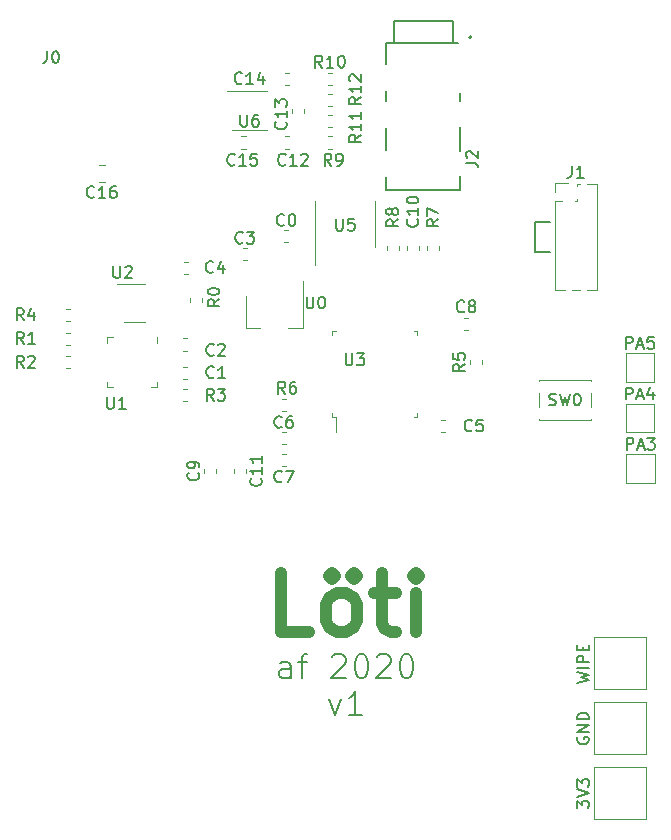
<source format=gbr>
%TF.GenerationSoftware,KiCad,Pcbnew,(5.1.5)-3*%
%TF.CreationDate,2020-03-31T18:07:01+02:00*%
%TF.ProjectId,loeti,6c6f6574-692e-46b6-9963-61645f706362,rev?*%
%TF.SameCoordinates,Original*%
%TF.FileFunction,Legend,Top*%
%TF.FilePolarity,Positive*%
%FSLAX46Y46*%
G04 Gerber Fmt 4.6, Leading zero omitted, Abs format (unit mm)*
G04 Created by KiCad (PCBNEW (5.1.5)-3) date 2020-03-31 18:07:01*
%MOMM*%
%LPD*%
G04 APERTURE LIST*
%ADD10C,0.150000*%
%ADD11C,1.000000*%
%ADD12C,0.120000*%
%ADD13C,0.127000*%
%ADD14C,0.200000*%
G04 APERTURE END LIST*
D10*
X85385714Y-95229761D02*
X85385714Y-94182142D01*
X85290476Y-93991666D01*
X85100000Y-93896428D01*
X84719047Y-93896428D01*
X84528571Y-93991666D01*
X85385714Y-95134523D02*
X85195238Y-95229761D01*
X84719047Y-95229761D01*
X84528571Y-95134523D01*
X84433333Y-94944047D01*
X84433333Y-94753571D01*
X84528571Y-94563095D01*
X84719047Y-94467857D01*
X85195238Y-94467857D01*
X85385714Y-94372619D01*
X86052380Y-93896428D02*
X86814285Y-93896428D01*
X86338095Y-95229761D02*
X86338095Y-93515476D01*
X86433333Y-93325000D01*
X86623809Y-93229761D01*
X86814285Y-93229761D01*
X88909523Y-93420238D02*
X89004761Y-93325000D01*
X89195238Y-93229761D01*
X89671428Y-93229761D01*
X89861904Y-93325000D01*
X89957142Y-93420238D01*
X90052380Y-93610714D01*
X90052380Y-93801190D01*
X89957142Y-94086904D01*
X88814285Y-95229761D01*
X90052380Y-95229761D01*
X91290476Y-93229761D02*
X91480952Y-93229761D01*
X91671428Y-93325000D01*
X91766666Y-93420238D01*
X91861904Y-93610714D01*
X91957142Y-93991666D01*
X91957142Y-94467857D01*
X91861904Y-94848809D01*
X91766666Y-95039285D01*
X91671428Y-95134523D01*
X91480952Y-95229761D01*
X91290476Y-95229761D01*
X91100000Y-95134523D01*
X91004761Y-95039285D01*
X90909523Y-94848809D01*
X90814285Y-94467857D01*
X90814285Y-93991666D01*
X90909523Y-93610714D01*
X91004761Y-93420238D01*
X91100000Y-93325000D01*
X91290476Y-93229761D01*
X92719047Y-93420238D02*
X92814285Y-93325000D01*
X93004761Y-93229761D01*
X93480952Y-93229761D01*
X93671428Y-93325000D01*
X93766666Y-93420238D01*
X93861904Y-93610714D01*
X93861904Y-93801190D01*
X93766666Y-94086904D01*
X92623809Y-95229761D01*
X93861904Y-95229761D01*
X95100000Y-93229761D02*
X95290476Y-93229761D01*
X95480952Y-93325000D01*
X95576190Y-93420238D01*
X95671428Y-93610714D01*
X95766666Y-93991666D01*
X95766666Y-94467857D01*
X95671428Y-94848809D01*
X95576190Y-95039285D01*
X95480952Y-95134523D01*
X95290476Y-95229761D01*
X95100000Y-95229761D01*
X94909523Y-95134523D01*
X94814285Y-95039285D01*
X94719047Y-94848809D01*
X94623809Y-94467857D01*
X94623809Y-93991666D01*
X94719047Y-93610714D01*
X94814285Y-93420238D01*
X94909523Y-93325000D01*
X95100000Y-93229761D01*
X88671428Y-97046428D02*
X89147619Y-98379761D01*
X89623809Y-97046428D01*
X91433333Y-98379761D02*
X90290476Y-98379761D01*
X90861904Y-98379761D02*
X90861904Y-96379761D01*
X90671428Y-96665476D01*
X90480952Y-96855952D01*
X90290476Y-96951190D01*
D11*
X86966666Y-91361904D02*
X84585714Y-91361904D01*
X84585714Y-86361904D01*
X89347619Y-91361904D02*
X88871428Y-91123809D01*
X88633333Y-90885714D01*
X88395238Y-90409523D01*
X88395238Y-88980952D01*
X88633333Y-88504761D01*
X88871428Y-88266666D01*
X89347619Y-88028571D01*
X90061904Y-88028571D01*
X90538095Y-88266666D01*
X90776190Y-88504761D01*
X91014285Y-88980952D01*
X91014285Y-90409523D01*
X90776190Y-90885714D01*
X90538095Y-91123809D01*
X90061904Y-91361904D01*
X89347619Y-91361904D01*
X88871428Y-86361904D02*
X89109523Y-86600000D01*
X88871428Y-86838095D01*
X88633333Y-86600000D01*
X88871428Y-86361904D01*
X88871428Y-86838095D01*
X90776190Y-86361904D02*
X91014285Y-86600000D01*
X90776190Y-86838095D01*
X90538095Y-86600000D01*
X90776190Y-86361904D01*
X90776190Y-86838095D01*
X92442857Y-88028571D02*
X94347619Y-88028571D01*
X93157142Y-86361904D02*
X93157142Y-90647619D01*
X93395238Y-91123809D01*
X93871428Y-91361904D01*
X94347619Y-91361904D01*
X96014285Y-91361904D02*
X96014285Y-88028571D01*
X96014285Y-86361904D02*
X95776190Y-86600000D01*
X96014285Y-86838095D01*
X96252380Y-86600000D01*
X96014285Y-86361904D01*
X96014285Y-86838095D01*
D10*
X106040000Y-56620000D02*
X107310000Y-56620000D01*
X106040000Y-59160000D02*
X107310000Y-59160000D01*
X106040000Y-59160000D02*
X106040000Y-56620000D01*
D12*
%TO.C,C16*%
X69661252Y-51790000D02*
X69138748Y-51790000D01*
X69661252Y-53210000D02*
X69138748Y-53210000D01*
%TO.C,TP6*%
X116150000Y-67750000D02*
X116150000Y-70150000D01*
X113750000Y-67750000D02*
X116150000Y-67750000D01*
X113750000Y-70150000D02*
X113750000Y-67750000D01*
X116150000Y-70150000D02*
X113750000Y-70150000D01*
%TO.C,TP5*%
X116150000Y-72050000D02*
X116150000Y-74450000D01*
X113750000Y-72050000D02*
X116150000Y-72050000D01*
X113750000Y-74450000D02*
X113750000Y-72050000D01*
X116150000Y-74450000D02*
X113750000Y-74450000D01*
%TO.C,TP4*%
X116200000Y-76300000D02*
X116200000Y-78700000D01*
X113800000Y-76300000D02*
X116200000Y-76300000D01*
X113800000Y-78700000D02*
X113800000Y-76300000D01*
X116200000Y-78700000D02*
X113800000Y-78700000D01*
%TO.C,J1*%
X107760000Y-53350000D02*
X108890000Y-53350000D01*
X107760000Y-54110000D02*
X107760000Y-53350000D01*
X110467530Y-53415000D02*
X111290000Y-53415000D01*
X109650000Y-53415000D02*
X109852470Y-53415000D01*
X109650000Y-53546529D02*
X109650000Y-53415000D01*
X109650000Y-54816529D02*
X109650000Y-54673471D01*
X109453471Y-54870000D02*
X109596529Y-54870000D01*
X107760000Y-54870000D02*
X108326529Y-54870000D01*
X111290000Y-53415000D02*
X111290000Y-62425000D01*
X107760000Y-54870000D02*
X107760000Y-62425000D01*
X109197530Y-62425000D02*
X109852470Y-62425000D01*
X110467530Y-62425000D02*
X111290000Y-62425000D01*
X107760000Y-62425000D02*
X108582470Y-62425000D01*
%TO.C,SW0*%
X106400000Y-73400000D02*
X110800000Y-73400000D01*
X110800000Y-73400000D02*
X110800000Y-73280000D01*
X110800000Y-72270000D02*
X110800000Y-71130000D01*
X110800000Y-70120000D02*
X110800000Y-70000000D01*
X110800000Y-70000000D02*
X106400000Y-70000000D01*
X106400000Y-70000000D02*
X106400000Y-70120000D01*
X106400000Y-71130000D02*
X106400000Y-72270000D01*
X106400000Y-73280000D02*
X106400000Y-73400000D01*
%TO.C,TP3*%
X111100000Y-102800000D02*
X115500000Y-102800000D01*
X111100000Y-107200000D02*
X111100000Y-102800000D01*
X115500000Y-107200000D02*
X111100000Y-107200000D01*
X115500000Y-102800000D02*
X115500000Y-107200000D01*
%TO.C,TP2*%
X111100000Y-97300000D02*
X115500000Y-97300000D01*
X111100000Y-101700000D02*
X111100000Y-97300000D01*
X115500000Y-101700000D02*
X111100000Y-101700000D01*
X115500000Y-97300000D02*
X115500000Y-101700000D01*
%TO.C,TP1*%
X111100000Y-91800000D02*
X115500000Y-91800000D01*
X111100000Y-96200000D02*
X111100000Y-91800000D01*
X115500000Y-96200000D02*
X111100000Y-96200000D01*
X115500000Y-91800000D02*
X115500000Y-96200000D01*
%TO.C,C10*%
X95240000Y-58678733D02*
X95240000Y-59021267D01*
X96260000Y-58678733D02*
X96260000Y-59021267D01*
D13*
%TO.C,J2*%
X99600000Y-41500000D02*
X99100000Y-41500000D01*
X99100000Y-41500000D02*
X94100000Y-41500000D01*
X94100000Y-41500000D02*
X93450000Y-41500000D01*
X93450000Y-41500000D02*
X93450000Y-43250000D01*
X99100000Y-41500000D02*
X99100000Y-39600000D01*
X99100000Y-39600000D02*
X94100000Y-39600000D01*
X94100000Y-39600000D02*
X94100000Y-41500000D01*
X99750000Y-50600000D02*
X99750000Y-48550000D01*
X99750000Y-52750000D02*
X99750000Y-53900000D01*
X99750000Y-53900000D02*
X93450000Y-53900000D01*
X93450000Y-53900000D02*
X93450000Y-52800000D01*
X93450000Y-48650000D02*
X93450000Y-50550000D01*
X93450000Y-45550000D02*
X93450000Y-46400000D01*
X99750000Y-45700000D02*
X99750000Y-46400000D01*
D14*
X100700000Y-41000000D02*
G75*
G03X100700000Y-41000000I-100000J0D01*
G01*
D12*
%TO.C,C15*%
X81571267Y-49390000D02*
X81228733Y-49390000D01*
X81571267Y-50410000D02*
X81228733Y-50410000D01*
%TO.C,C13*%
X85490000Y-47028733D02*
X85490000Y-47371267D01*
X86510000Y-47028733D02*
X86510000Y-47371267D01*
%TO.C,C12*%
X84928733Y-50410000D02*
X85271267Y-50410000D01*
X84928733Y-49390000D02*
X85271267Y-49390000D01*
%TO.C,R12*%
X88871267Y-45790000D02*
X88528733Y-45790000D01*
X88871267Y-46810000D02*
X88528733Y-46810000D01*
%TO.C,R10*%
X88871267Y-43990000D02*
X88528733Y-43990000D01*
X88871267Y-45010000D02*
X88528733Y-45010000D01*
%TO.C,U6*%
X80025000Y-45580000D02*
X83400000Y-45580000D01*
X80400000Y-48820000D02*
X83400000Y-48820000D01*
%TO.C,R11*%
X88871267Y-47590000D02*
X88528733Y-47590000D01*
X88871267Y-48610000D02*
X88528733Y-48610000D01*
%TO.C,C14*%
X85271267Y-43990000D02*
X84928733Y-43990000D01*
X85271267Y-45010000D02*
X84928733Y-45010000D01*
%TO.C,R9*%
X88871267Y-49390000D02*
X88528733Y-49390000D01*
X88871267Y-50410000D02*
X88528733Y-50410000D01*
%TO.C,R7*%
X96940000Y-58678733D02*
X96940000Y-59021267D01*
X97960000Y-58678733D02*
X97960000Y-59021267D01*
%TO.C,C1*%
X76621267Y-68890000D02*
X76278733Y-68890000D01*
X76621267Y-69910000D02*
X76278733Y-69910000D01*
%TO.C,U2*%
X73100000Y-61840000D02*
X70650000Y-61840000D01*
X71300000Y-65060000D02*
X73100000Y-65060000D01*
%TO.C,R6*%
X84628733Y-72610000D02*
X84971267Y-72610000D01*
X84628733Y-71590000D02*
X84971267Y-71590000D01*
%TO.C,R5*%
X100590000Y-68328733D02*
X100590000Y-68671267D01*
X101610000Y-68328733D02*
X101610000Y-68671267D01*
%TO.C,U5*%
X87440000Y-56800000D02*
X87440000Y-60250000D01*
X87440000Y-56800000D02*
X87440000Y-54850000D01*
X92560000Y-56800000D02*
X92560000Y-58750000D01*
X92560000Y-56800000D02*
X92560000Y-54850000D01*
%TO.C,R8*%
X93540000Y-58678733D02*
X93540000Y-59021267D01*
X94560000Y-58678733D02*
X94560000Y-59021267D01*
%TO.C,U1*%
X74060000Y-70135000D02*
X74060000Y-70610000D01*
X74060000Y-70610000D02*
X73585000Y-70610000D01*
X69840000Y-66865000D02*
X69840000Y-66390000D01*
X69840000Y-66390000D02*
X70315000Y-66390000D01*
X69840000Y-70135000D02*
X69840000Y-70610000D01*
X69840000Y-70610000D02*
X70315000Y-70610000D01*
X74060000Y-66865000D02*
X74060000Y-66390000D01*
%TO.C,U3*%
X96110000Y-66190000D02*
X96110000Y-65890000D01*
X96110000Y-65890000D02*
X95810000Y-65890000D01*
X96110000Y-72810000D02*
X96110000Y-73110000D01*
X96110000Y-73110000D02*
X95810000Y-73110000D01*
X88890000Y-66190000D02*
X88890000Y-65890000D01*
X88890000Y-65890000D02*
X89190000Y-65890000D01*
X88890000Y-72810000D02*
X88890000Y-73110000D01*
X88890000Y-73110000D02*
X89190000Y-73110000D01*
X89190000Y-73110000D02*
X89190000Y-74425000D01*
%TO.C,U0*%
X86400000Y-65613500D02*
X85200000Y-65613500D01*
X86400000Y-61613500D02*
X86400000Y-65613500D01*
X81600000Y-65613500D02*
X81600000Y-62913500D01*
X82800000Y-65613500D02*
X81600000Y-65613500D01*
%TO.C,R4*%
X66378733Y-65010000D02*
X66721267Y-65010000D01*
X66378733Y-63990000D02*
X66721267Y-63990000D01*
%TO.C,R3*%
X76278733Y-71810000D02*
X76621267Y-71810000D01*
X76278733Y-70790000D02*
X76621267Y-70790000D01*
%TO.C,R2*%
X66721267Y-67990000D02*
X66378733Y-67990000D01*
X66721267Y-69010000D02*
X66378733Y-69010000D01*
%TO.C,R1*%
X66721267Y-65990000D02*
X66378733Y-65990000D01*
X66721267Y-67010000D02*
X66378733Y-67010000D01*
%TO.C,R0*%
X77910000Y-63371267D02*
X77910000Y-63028733D01*
X76890000Y-63371267D02*
X76890000Y-63028733D01*
%TO.C,C11*%
X81610000Y-77871267D02*
X81610000Y-77528733D01*
X80590000Y-77871267D02*
X80590000Y-77528733D01*
%TO.C,C9*%
X79110000Y-77871267D02*
X79110000Y-77528733D01*
X78090000Y-77871267D02*
X78090000Y-77528733D01*
%TO.C,C8*%
X100078733Y-65760000D02*
X100421267Y-65760000D01*
X100078733Y-64740000D02*
X100421267Y-64740000D01*
%TO.C,C3*%
X81671267Y-58790000D02*
X81328733Y-58790000D01*
X81671267Y-59810000D02*
X81328733Y-59810000D01*
%TO.C,C4*%
X76328733Y-61010000D02*
X76671267Y-61010000D01*
X76328733Y-59990000D02*
X76671267Y-59990000D01*
%TO.C,C0*%
X85171267Y-57290000D02*
X84828733Y-57290000D01*
X85171267Y-58310000D02*
X84828733Y-58310000D01*
%TO.C,C7*%
X84971267Y-76290000D02*
X84628733Y-76290000D01*
X84971267Y-77310000D02*
X84628733Y-77310000D01*
%TO.C,C2*%
X76278733Y-67510000D02*
X76621267Y-67510000D01*
X76278733Y-66490000D02*
X76621267Y-66490000D01*
%TO.C,C6*%
X84971267Y-74390000D02*
X84628733Y-74390000D01*
X84971267Y-75410000D02*
X84628733Y-75410000D01*
%TO.C,C5*%
X98128733Y-74410000D02*
X98471267Y-74410000D01*
X98128733Y-73390000D02*
X98471267Y-73390000D01*
%TO.C,C16*%
D10*
X68757142Y-54507142D02*
X68709523Y-54554761D01*
X68566666Y-54602380D01*
X68471428Y-54602380D01*
X68328571Y-54554761D01*
X68233333Y-54459523D01*
X68185714Y-54364285D01*
X68138095Y-54173809D01*
X68138095Y-54030952D01*
X68185714Y-53840476D01*
X68233333Y-53745238D01*
X68328571Y-53650000D01*
X68471428Y-53602380D01*
X68566666Y-53602380D01*
X68709523Y-53650000D01*
X68757142Y-53697619D01*
X69709523Y-54602380D02*
X69138095Y-54602380D01*
X69423809Y-54602380D02*
X69423809Y-53602380D01*
X69328571Y-53745238D01*
X69233333Y-53840476D01*
X69138095Y-53888095D01*
X70566666Y-53602380D02*
X70376190Y-53602380D01*
X70280952Y-53650000D01*
X70233333Y-53697619D01*
X70138095Y-53840476D01*
X70090476Y-54030952D01*
X70090476Y-54411904D01*
X70138095Y-54507142D01*
X70185714Y-54554761D01*
X70280952Y-54602380D01*
X70471428Y-54602380D01*
X70566666Y-54554761D01*
X70614285Y-54507142D01*
X70661904Y-54411904D01*
X70661904Y-54173809D01*
X70614285Y-54078571D01*
X70566666Y-54030952D01*
X70471428Y-53983333D01*
X70280952Y-53983333D01*
X70185714Y-54030952D01*
X70138095Y-54078571D01*
X70090476Y-54173809D01*
%TO.C,TP6*%
X113783333Y-67352380D02*
X113783333Y-66352380D01*
X114164285Y-66352380D01*
X114259523Y-66400000D01*
X114307142Y-66447619D01*
X114354761Y-66542857D01*
X114354761Y-66685714D01*
X114307142Y-66780952D01*
X114259523Y-66828571D01*
X114164285Y-66876190D01*
X113783333Y-66876190D01*
X114735714Y-67066666D02*
X115211904Y-67066666D01*
X114640476Y-67352380D02*
X114973809Y-66352380D01*
X115307142Y-67352380D01*
X116116666Y-66352380D02*
X115640476Y-66352380D01*
X115592857Y-66828571D01*
X115640476Y-66780952D01*
X115735714Y-66733333D01*
X115973809Y-66733333D01*
X116069047Y-66780952D01*
X116116666Y-66828571D01*
X116164285Y-66923809D01*
X116164285Y-67161904D01*
X116116666Y-67257142D01*
X116069047Y-67304761D01*
X115973809Y-67352380D01*
X115735714Y-67352380D01*
X115640476Y-67304761D01*
X115592857Y-67257142D01*
%TO.C,TP5*%
X113783333Y-71652380D02*
X113783333Y-70652380D01*
X114164285Y-70652380D01*
X114259523Y-70700000D01*
X114307142Y-70747619D01*
X114354761Y-70842857D01*
X114354761Y-70985714D01*
X114307142Y-71080952D01*
X114259523Y-71128571D01*
X114164285Y-71176190D01*
X113783333Y-71176190D01*
X114735714Y-71366666D02*
X115211904Y-71366666D01*
X114640476Y-71652380D02*
X114973809Y-70652380D01*
X115307142Y-71652380D01*
X116069047Y-70985714D02*
X116069047Y-71652380D01*
X115830952Y-70604761D02*
X115592857Y-71319047D01*
X116211904Y-71319047D01*
%TO.C,TP4*%
X113833333Y-75902380D02*
X113833333Y-74902380D01*
X114214285Y-74902380D01*
X114309523Y-74950000D01*
X114357142Y-74997619D01*
X114404761Y-75092857D01*
X114404761Y-75235714D01*
X114357142Y-75330952D01*
X114309523Y-75378571D01*
X114214285Y-75426190D01*
X113833333Y-75426190D01*
X114785714Y-75616666D02*
X115261904Y-75616666D01*
X114690476Y-75902380D02*
X115023809Y-74902380D01*
X115357142Y-75902380D01*
X115595238Y-74902380D02*
X116214285Y-74902380D01*
X115880952Y-75283333D01*
X116023809Y-75283333D01*
X116119047Y-75330952D01*
X116166666Y-75378571D01*
X116214285Y-75473809D01*
X116214285Y-75711904D01*
X116166666Y-75807142D01*
X116119047Y-75854761D01*
X116023809Y-75902380D01*
X115738095Y-75902380D01*
X115642857Y-75854761D01*
X115595238Y-75807142D01*
%TO.C,J1*%
X109191666Y-51867380D02*
X109191666Y-52581666D01*
X109144047Y-52724523D01*
X109048809Y-52819761D01*
X108905952Y-52867380D01*
X108810714Y-52867380D01*
X110191666Y-52867380D02*
X109620238Y-52867380D01*
X109905952Y-52867380D02*
X109905952Y-51867380D01*
X109810714Y-52010238D01*
X109715476Y-52105476D01*
X109620238Y-52153095D01*
%TO.C,SW0*%
X107266666Y-72104761D02*
X107409523Y-72152380D01*
X107647619Y-72152380D01*
X107742857Y-72104761D01*
X107790476Y-72057142D01*
X107838095Y-71961904D01*
X107838095Y-71866666D01*
X107790476Y-71771428D01*
X107742857Y-71723809D01*
X107647619Y-71676190D01*
X107457142Y-71628571D01*
X107361904Y-71580952D01*
X107314285Y-71533333D01*
X107266666Y-71438095D01*
X107266666Y-71342857D01*
X107314285Y-71247619D01*
X107361904Y-71200000D01*
X107457142Y-71152380D01*
X107695238Y-71152380D01*
X107838095Y-71200000D01*
X108171428Y-71152380D02*
X108409523Y-72152380D01*
X108600000Y-71438095D01*
X108790476Y-72152380D01*
X109028571Y-71152380D01*
X109600000Y-71152380D02*
X109695238Y-71152380D01*
X109790476Y-71200000D01*
X109838095Y-71247619D01*
X109885714Y-71342857D01*
X109933333Y-71533333D01*
X109933333Y-71771428D01*
X109885714Y-71961904D01*
X109838095Y-72057142D01*
X109790476Y-72104761D01*
X109695238Y-72152380D01*
X109600000Y-72152380D01*
X109504761Y-72104761D01*
X109457142Y-72057142D01*
X109409523Y-71961904D01*
X109361904Y-71771428D01*
X109361904Y-71533333D01*
X109409523Y-71342857D01*
X109457142Y-71247619D01*
X109504761Y-71200000D01*
X109600000Y-71152380D01*
%TO.C,TP3*%
X109652380Y-106238095D02*
X109652380Y-105619047D01*
X110033333Y-105952380D01*
X110033333Y-105809523D01*
X110080952Y-105714285D01*
X110128571Y-105666666D01*
X110223809Y-105619047D01*
X110461904Y-105619047D01*
X110557142Y-105666666D01*
X110604761Y-105714285D01*
X110652380Y-105809523D01*
X110652380Y-106095238D01*
X110604761Y-106190476D01*
X110557142Y-106238095D01*
X109652380Y-105333333D02*
X110652380Y-105000000D01*
X109652380Y-104666666D01*
X109652380Y-104428571D02*
X109652380Y-103809523D01*
X110033333Y-104142857D01*
X110033333Y-104000000D01*
X110080952Y-103904761D01*
X110128571Y-103857142D01*
X110223809Y-103809523D01*
X110461904Y-103809523D01*
X110557142Y-103857142D01*
X110604761Y-103904761D01*
X110652380Y-104000000D01*
X110652380Y-104285714D01*
X110604761Y-104380952D01*
X110557142Y-104428571D01*
%TO.C,TP2*%
X109700000Y-100261904D02*
X109652380Y-100357142D01*
X109652380Y-100500000D01*
X109700000Y-100642857D01*
X109795238Y-100738095D01*
X109890476Y-100785714D01*
X110080952Y-100833333D01*
X110223809Y-100833333D01*
X110414285Y-100785714D01*
X110509523Y-100738095D01*
X110604761Y-100642857D01*
X110652380Y-100500000D01*
X110652380Y-100404761D01*
X110604761Y-100261904D01*
X110557142Y-100214285D01*
X110223809Y-100214285D01*
X110223809Y-100404761D01*
X110652380Y-99785714D02*
X109652380Y-99785714D01*
X110652380Y-99214285D01*
X109652380Y-99214285D01*
X110652380Y-98738095D02*
X109652380Y-98738095D01*
X109652380Y-98500000D01*
X109700000Y-98357142D01*
X109795238Y-98261904D01*
X109890476Y-98214285D01*
X110080952Y-98166666D01*
X110223809Y-98166666D01*
X110414285Y-98214285D01*
X110509523Y-98261904D01*
X110604761Y-98357142D01*
X110652380Y-98500000D01*
X110652380Y-98738095D01*
%TO.C,TP1*%
X109652380Y-95619047D02*
X110652380Y-95380952D01*
X109938095Y-95190476D01*
X110652380Y-95000000D01*
X109652380Y-94761904D01*
X110652380Y-94380952D02*
X109652380Y-94380952D01*
X110652380Y-93904761D02*
X109652380Y-93904761D01*
X109652380Y-93523809D01*
X109700000Y-93428571D01*
X109747619Y-93380952D01*
X109842857Y-93333333D01*
X109985714Y-93333333D01*
X110080952Y-93380952D01*
X110128571Y-93428571D01*
X110176190Y-93523809D01*
X110176190Y-93904761D01*
X110128571Y-92904761D02*
X110128571Y-92571428D01*
X110652380Y-92428571D02*
X110652380Y-92904761D01*
X109652380Y-92904761D01*
X109652380Y-92428571D01*
%TO.C,C10*%
X96107142Y-56392857D02*
X96154761Y-56440476D01*
X96202380Y-56583333D01*
X96202380Y-56678571D01*
X96154761Y-56821428D01*
X96059523Y-56916666D01*
X95964285Y-56964285D01*
X95773809Y-57011904D01*
X95630952Y-57011904D01*
X95440476Y-56964285D01*
X95345238Y-56916666D01*
X95250000Y-56821428D01*
X95202380Y-56678571D01*
X95202380Y-56583333D01*
X95250000Y-56440476D01*
X95297619Y-56392857D01*
X96202380Y-55440476D02*
X96202380Y-56011904D01*
X96202380Y-55726190D02*
X95202380Y-55726190D01*
X95345238Y-55821428D01*
X95440476Y-55916666D01*
X95488095Y-56011904D01*
X95202380Y-54821428D02*
X95202380Y-54726190D01*
X95250000Y-54630952D01*
X95297619Y-54583333D01*
X95392857Y-54535714D01*
X95583333Y-54488095D01*
X95821428Y-54488095D01*
X96011904Y-54535714D01*
X96107142Y-54583333D01*
X96154761Y-54630952D01*
X96202380Y-54726190D01*
X96202380Y-54821428D01*
X96154761Y-54916666D01*
X96107142Y-54964285D01*
X96011904Y-55011904D01*
X95821428Y-55059523D01*
X95583333Y-55059523D01*
X95392857Y-55011904D01*
X95297619Y-54964285D01*
X95250000Y-54916666D01*
X95202380Y-54821428D01*
%TO.C,J2*%
X100252256Y-51633409D02*
X100966704Y-51633409D01*
X101109594Y-51681039D01*
X101204854Y-51776299D01*
X101252484Y-51919188D01*
X101252484Y-52014448D01*
X100347515Y-51204740D02*
X100299886Y-51157110D01*
X100252256Y-51061850D01*
X100252256Y-50823700D01*
X100299886Y-50728441D01*
X100347515Y-50680811D01*
X100442775Y-50633181D01*
X100538035Y-50633181D01*
X100680925Y-50680811D01*
X101252484Y-51252370D01*
X101252484Y-50633181D01*
%TO.C,J0*%
X64766666Y-42152380D02*
X64766666Y-42866666D01*
X64719047Y-43009523D01*
X64623809Y-43104761D01*
X64480952Y-43152380D01*
X64385714Y-43152380D01*
X65433333Y-42152380D02*
X65528571Y-42152380D01*
X65623809Y-42200000D01*
X65671428Y-42247619D01*
X65719047Y-42342857D01*
X65766666Y-42533333D01*
X65766666Y-42771428D01*
X65719047Y-42961904D01*
X65671428Y-43057142D01*
X65623809Y-43104761D01*
X65528571Y-43152380D01*
X65433333Y-43152380D01*
X65338095Y-43104761D01*
X65290476Y-43057142D01*
X65242857Y-42961904D01*
X65195238Y-42771428D01*
X65195238Y-42533333D01*
X65242857Y-42342857D01*
X65290476Y-42247619D01*
X65338095Y-42200000D01*
X65433333Y-42152380D01*
%TO.C,C15*%
X80657142Y-51757142D02*
X80609523Y-51804761D01*
X80466666Y-51852380D01*
X80371428Y-51852380D01*
X80228571Y-51804761D01*
X80133333Y-51709523D01*
X80085714Y-51614285D01*
X80038095Y-51423809D01*
X80038095Y-51280952D01*
X80085714Y-51090476D01*
X80133333Y-50995238D01*
X80228571Y-50900000D01*
X80371428Y-50852380D01*
X80466666Y-50852380D01*
X80609523Y-50900000D01*
X80657142Y-50947619D01*
X81609523Y-51852380D02*
X81038095Y-51852380D01*
X81323809Y-51852380D02*
X81323809Y-50852380D01*
X81228571Y-50995238D01*
X81133333Y-51090476D01*
X81038095Y-51138095D01*
X82514285Y-50852380D02*
X82038095Y-50852380D01*
X81990476Y-51328571D01*
X82038095Y-51280952D01*
X82133333Y-51233333D01*
X82371428Y-51233333D01*
X82466666Y-51280952D01*
X82514285Y-51328571D01*
X82561904Y-51423809D01*
X82561904Y-51661904D01*
X82514285Y-51757142D01*
X82466666Y-51804761D01*
X82371428Y-51852380D01*
X82133333Y-51852380D01*
X82038095Y-51804761D01*
X81990476Y-51757142D01*
%TO.C,C13*%
X84957142Y-48142857D02*
X85004761Y-48190476D01*
X85052380Y-48333333D01*
X85052380Y-48428571D01*
X85004761Y-48571428D01*
X84909523Y-48666666D01*
X84814285Y-48714285D01*
X84623809Y-48761904D01*
X84480952Y-48761904D01*
X84290476Y-48714285D01*
X84195238Y-48666666D01*
X84100000Y-48571428D01*
X84052380Y-48428571D01*
X84052380Y-48333333D01*
X84100000Y-48190476D01*
X84147619Y-48142857D01*
X85052380Y-47190476D02*
X85052380Y-47761904D01*
X85052380Y-47476190D02*
X84052380Y-47476190D01*
X84195238Y-47571428D01*
X84290476Y-47666666D01*
X84338095Y-47761904D01*
X84052380Y-46857142D02*
X84052380Y-46238095D01*
X84433333Y-46571428D01*
X84433333Y-46428571D01*
X84480952Y-46333333D01*
X84528571Y-46285714D01*
X84623809Y-46238095D01*
X84861904Y-46238095D01*
X84957142Y-46285714D01*
X85004761Y-46333333D01*
X85052380Y-46428571D01*
X85052380Y-46714285D01*
X85004761Y-46809523D01*
X84957142Y-46857142D01*
%TO.C,C12*%
X84957142Y-51757142D02*
X84909523Y-51804761D01*
X84766666Y-51852380D01*
X84671428Y-51852380D01*
X84528571Y-51804761D01*
X84433333Y-51709523D01*
X84385714Y-51614285D01*
X84338095Y-51423809D01*
X84338095Y-51280952D01*
X84385714Y-51090476D01*
X84433333Y-50995238D01*
X84528571Y-50900000D01*
X84671428Y-50852380D01*
X84766666Y-50852380D01*
X84909523Y-50900000D01*
X84957142Y-50947619D01*
X85909523Y-51852380D02*
X85338095Y-51852380D01*
X85623809Y-51852380D02*
X85623809Y-50852380D01*
X85528571Y-50995238D01*
X85433333Y-51090476D01*
X85338095Y-51138095D01*
X86290476Y-50947619D02*
X86338095Y-50900000D01*
X86433333Y-50852380D01*
X86671428Y-50852380D01*
X86766666Y-50900000D01*
X86814285Y-50947619D01*
X86861904Y-51042857D01*
X86861904Y-51138095D01*
X86814285Y-51280952D01*
X86242857Y-51852380D01*
X86861904Y-51852380D01*
%TO.C,R12*%
X91352380Y-46042857D02*
X90876190Y-46376190D01*
X91352380Y-46614285D02*
X90352380Y-46614285D01*
X90352380Y-46233333D01*
X90400000Y-46138095D01*
X90447619Y-46090476D01*
X90542857Y-46042857D01*
X90685714Y-46042857D01*
X90780952Y-46090476D01*
X90828571Y-46138095D01*
X90876190Y-46233333D01*
X90876190Y-46614285D01*
X91352380Y-45090476D02*
X91352380Y-45661904D01*
X91352380Y-45376190D02*
X90352380Y-45376190D01*
X90495238Y-45471428D01*
X90590476Y-45566666D01*
X90638095Y-45661904D01*
X90447619Y-44709523D02*
X90400000Y-44661904D01*
X90352380Y-44566666D01*
X90352380Y-44328571D01*
X90400000Y-44233333D01*
X90447619Y-44185714D01*
X90542857Y-44138095D01*
X90638095Y-44138095D01*
X90780952Y-44185714D01*
X91352380Y-44757142D01*
X91352380Y-44138095D01*
%TO.C,R10*%
X88057142Y-43552380D02*
X87723809Y-43076190D01*
X87485714Y-43552380D02*
X87485714Y-42552380D01*
X87866666Y-42552380D01*
X87961904Y-42600000D01*
X88009523Y-42647619D01*
X88057142Y-42742857D01*
X88057142Y-42885714D01*
X88009523Y-42980952D01*
X87961904Y-43028571D01*
X87866666Y-43076190D01*
X87485714Y-43076190D01*
X89009523Y-43552380D02*
X88438095Y-43552380D01*
X88723809Y-43552380D02*
X88723809Y-42552380D01*
X88628571Y-42695238D01*
X88533333Y-42790476D01*
X88438095Y-42838095D01*
X89628571Y-42552380D02*
X89723809Y-42552380D01*
X89819047Y-42600000D01*
X89866666Y-42647619D01*
X89914285Y-42742857D01*
X89961904Y-42933333D01*
X89961904Y-43171428D01*
X89914285Y-43361904D01*
X89866666Y-43457142D01*
X89819047Y-43504761D01*
X89723809Y-43552380D01*
X89628571Y-43552380D01*
X89533333Y-43504761D01*
X89485714Y-43457142D01*
X89438095Y-43361904D01*
X89390476Y-43171428D01*
X89390476Y-42933333D01*
X89438095Y-42742857D01*
X89485714Y-42647619D01*
X89533333Y-42600000D01*
X89628571Y-42552380D01*
%TO.C,U6*%
X81138095Y-47552380D02*
X81138095Y-48361904D01*
X81185714Y-48457142D01*
X81233333Y-48504761D01*
X81328571Y-48552380D01*
X81519047Y-48552380D01*
X81614285Y-48504761D01*
X81661904Y-48457142D01*
X81709523Y-48361904D01*
X81709523Y-47552380D01*
X82614285Y-47552380D02*
X82423809Y-47552380D01*
X82328571Y-47600000D01*
X82280952Y-47647619D01*
X82185714Y-47790476D01*
X82138095Y-47980952D01*
X82138095Y-48361904D01*
X82185714Y-48457142D01*
X82233333Y-48504761D01*
X82328571Y-48552380D01*
X82519047Y-48552380D01*
X82614285Y-48504761D01*
X82661904Y-48457142D01*
X82709523Y-48361904D01*
X82709523Y-48123809D01*
X82661904Y-48028571D01*
X82614285Y-47980952D01*
X82519047Y-47933333D01*
X82328571Y-47933333D01*
X82233333Y-47980952D01*
X82185714Y-48028571D01*
X82138095Y-48123809D01*
%TO.C,R11*%
X91352380Y-49242857D02*
X90876190Y-49576190D01*
X91352380Y-49814285D02*
X90352380Y-49814285D01*
X90352380Y-49433333D01*
X90400000Y-49338095D01*
X90447619Y-49290476D01*
X90542857Y-49242857D01*
X90685714Y-49242857D01*
X90780952Y-49290476D01*
X90828571Y-49338095D01*
X90876190Y-49433333D01*
X90876190Y-49814285D01*
X91352380Y-48290476D02*
X91352380Y-48861904D01*
X91352380Y-48576190D02*
X90352380Y-48576190D01*
X90495238Y-48671428D01*
X90590476Y-48766666D01*
X90638095Y-48861904D01*
X91352380Y-47338095D02*
X91352380Y-47909523D01*
X91352380Y-47623809D02*
X90352380Y-47623809D01*
X90495238Y-47719047D01*
X90590476Y-47814285D01*
X90638095Y-47909523D01*
%TO.C,C14*%
X81257142Y-44857142D02*
X81209523Y-44904761D01*
X81066666Y-44952380D01*
X80971428Y-44952380D01*
X80828571Y-44904761D01*
X80733333Y-44809523D01*
X80685714Y-44714285D01*
X80638095Y-44523809D01*
X80638095Y-44380952D01*
X80685714Y-44190476D01*
X80733333Y-44095238D01*
X80828571Y-44000000D01*
X80971428Y-43952380D01*
X81066666Y-43952380D01*
X81209523Y-44000000D01*
X81257142Y-44047619D01*
X82209523Y-44952380D02*
X81638095Y-44952380D01*
X81923809Y-44952380D02*
X81923809Y-43952380D01*
X81828571Y-44095238D01*
X81733333Y-44190476D01*
X81638095Y-44238095D01*
X83066666Y-44285714D02*
X83066666Y-44952380D01*
X82828571Y-43904761D02*
X82590476Y-44619047D01*
X83209523Y-44619047D01*
%TO.C,R9*%
X88833333Y-51852380D02*
X88500000Y-51376190D01*
X88261904Y-51852380D02*
X88261904Y-50852380D01*
X88642857Y-50852380D01*
X88738095Y-50900000D01*
X88785714Y-50947619D01*
X88833333Y-51042857D01*
X88833333Y-51185714D01*
X88785714Y-51280952D01*
X88738095Y-51328571D01*
X88642857Y-51376190D01*
X88261904Y-51376190D01*
X89309523Y-51852380D02*
X89500000Y-51852380D01*
X89595238Y-51804761D01*
X89642857Y-51757142D01*
X89738095Y-51614285D01*
X89785714Y-51423809D01*
X89785714Y-51042857D01*
X89738095Y-50947619D01*
X89690476Y-50900000D01*
X89595238Y-50852380D01*
X89404761Y-50852380D01*
X89309523Y-50900000D01*
X89261904Y-50947619D01*
X89214285Y-51042857D01*
X89214285Y-51280952D01*
X89261904Y-51376190D01*
X89309523Y-51423809D01*
X89404761Y-51471428D01*
X89595238Y-51471428D01*
X89690476Y-51423809D01*
X89738095Y-51376190D01*
X89785714Y-51280952D01*
%TO.C,R7*%
X97902380Y-56416666D02*
X97426190Y-56750000D01*
X97902380Y-56988095D02*
X96902380Y-56988095D01*
X96902380Y-56607142D01*
X96950000Y-56511904D01*
X96997619Y-56464285D01*
X97092857Y-56416666D01*
X97235714Y-56416666D01*
X97330952Y-56464285D01*
X97378571Y-56511904D01*
X97426190Y-56607142D01*
X97426190Y-56988095D01*
X96902380Y-56083333D02*
X96902380Y-55416666D01*
X97902380Y-55845238D01*
%TO.C,C1*%
X78883333Y-69757142D02*
X78835714Y-69804761D01*
X78692857Y-69852380D01*
X78597619Y-69852380D01*
X78454761Y-69804761D01*
X78359523Y-69709523D01*
X78311904Y-69614285D01*
X78264285Y-69423809D01*
X78264285Y-69280952D01*
X78311904Y-69090476D01*
X78359523Y-68995238D01*
X78454761Y-68900000D01*
X78597619Y-68852380D01*
X78692857Y-68852380D01*
X78835714Y-68900000D01*
X78883333Y-68947619D01*
X79835714Y-69852380D02*
X79264285Y-69852380D01*
X79550000Y-69852380D02*
X79550000Y-68852380D01*
X79454761Y-68995238D01*
X79359523Y-69090476D01*
X79264285Y-69138095D01*
%TO.C,U2*%
X70388095Y-60352380D02*
X70388095Y-61161904D01*
X70435714Y-61257142D01*
X70483333Y-61304761D01*
X70578571Y-61352380D01*
X70769047Y-61352380D01*
X70864285Y-61304761D01*
X70911904Y-61257142D01*
X70959523Y-61161904D01*
X70959523Y-60352380D01*
X71388095Y-60447619D02*
X71435714Y-60400000D01*
X71530952Y-60352380D01*
X71769047Y-60352380D01*
X71864285Y-60400000D01*
X71911904Y-60447619D01*
X71959523Y-60542857D01*
X71959523Y-60638095D01*
X71911904Y-60780952D01*
X71340476Y-61352380D01*
X71959523Y-61352380D01*
%TO.C,R6*%
X84933333Y-71152380D02*
X84600000Y-70676190D01*
X84361904Y-71152380D02*
X84361904Y-70152380D01*
X84742857Y-70152380D01*
X84838095Y-70200000D01*
X84885714Y-70247619D01*
X84933333Y-70342857D01*
X84933333Y-70485714D01*
X84885714Y-70580952D01*
X84838095Y-70628571D01*
X84742857Y-70676190D01*
X84361904Y-70676190D01*
X85790476Y-70152380D02*
X85600000Y-70152380D01*
X85504761Y-70200000D01*
X85457142Y-70247619D01*
X85361904Y-70390476D01*
X85314285Y-70580952D01*
X85314285Y-70961904D01*
X85361904Y-71057142D01*
X85409523Y-71104761D01*
X85504761Y-71152380D01*
X85695238Y-71152380D01*
X85790476Y-71104761D01*
X85838095Y-71057142D01*
X85885714Y-70961904D01*
X85885714Y-70723809D01*
X85838095Y-70628571D01*
X85790476Y-70580952D01*
X85695238Y-70533333D01*
X85504761Y-70533333D01*
X85409523Y-70580952D01*
X85361904Y-70628571D01*
X85314285Y-70723809D01*
%TO.C,R5*%
X100152380Y-68666666D02*
X99676190Y-69000000D01*
X100152380Y-69238095D02*
X99152380Y-69238095D01*
X99152380Y-68857142D01*
X99200000Y-68761904D01*
X99247619Y-68714285D01*
X99342857Y-68666666D01*
X99485714Y-68666666D01*
X99580952Y-68714285D01*
X99628571Y-68761904D01*
X99676190Y-68857142D01*
X99676190Y-69238095D01*
X99152380Y-67761904D02*
X99152380Y-68238095D01*
X99628571Y-68285714D01*
X99580952Y-68238095D01*
X99533333Y-68142857D01*
X99533333Y-67904761D01*
X99580952Y-67809523D01*
X99628571Y-67761904D01*
X99723809Y-67714285D01*
X99961904Y-67714285D01*
X100057142Y-67761904D01*
X100104761Y-67809523D01*
X100152380Y-67904761D01*
X100152380Y-68142857D01*
X100104761Y-68238095D01*
X100057142Y-68285714D01*
%TO.C,U5*%
X89238095Y-56352380D02*
X89238095Y-57161904D01*
X89285714Y-57257142D01*
X89333333Y-57304761D01*
X89428571Y-57352380D01*
X89619047Y-57352380D01*
X89714285Y-57304761D01*
X89761904Y-57257142D01*
X89809523Y-57161904D01*
X89809523Y-56352380D01*
X90761904Y-56352380D02*
X90285714Y-56352380D01*
X90238095Y-56828571D01*
X90285714Y-56780952D01*
X90380952Y-56733333D01*
X90619047Y-56733333D01*
X90714285Y-56780952D01*
X90761904Y-56828571D01*
X90809523Y-56923809D01*
X90809523Y-57161904D01*
X90761904Y-57257142D01*
X90714285Y-57304761D01*
X90619047Y-57352380D01*
X90380952Y-57352380D01*
X90285714Y-57304761D01*
X90238095Y-57257142D01*
%TO.C,R8*%
X94502380Y-56416666D02*
X94026190Y-56750000D01*
X94502380Y-56988095D02*
X93502380Y-56988095D01*
X93502380Y-56607142D01*
X93550000Y-56511904D01*
X93597619Y-56464285D01*
X93692857Y-56416666D01*
X93835714Y-56416666D01*
X93930952Y-56464285D01*
X93978571Y-56511904D01*
X94026190Y-56607142D01*
X94026190Y-56988095D01*
X93930952Y-55845238D02*
X93883333Y-55940476D01*
X93835714Y-55988095D01*
X93740476Y-56035714D01*
X93692857Y-56035714D01*
X93597619Y-55988095D01*
X93550000Y-55940476D01*
X93502380Y-55845238D01*
X93502380Y-55654761D01*
X93550000Y-55559523D01*
X93597619Y-55511904D01*
X93692857Y-55464285D01*
X93740476Y-55464285D01*
X93835714Y-55511904D01*
X93883333Y-55559523D01*
X93930952Y-55654761D01*
X93930952Y-55845238D01*
X93978571Y-55940476D01*
X94026190Y-55988095D01*
X94121428Y-56035714D01*
X94311904Y-56035714D01*
X94407142Y-55988095D01*
X94454761Y-55940476D01*
X94502380Y-55845238D01*
X94502380Y-55654761D01*
X94454761Y-55559523D01*
X94407142Y-55511904D01*
X94311904Y-55464285D01*
X94121428Y-55464285D01*
X94026190Y-55511904D01*
X93978571Y-55559523D01*
X93930952Y-55654761D01*
%TO.C,U1*%
X69838095Y-71452380D02*
X69838095Y-72261904D01*
X69885714Y-72357142D01*
X69933333Y-72404761D01*
X70028571Y-72452380D01*
X70219047Y-72452380D01*
X70314285Y-72404761D01*
X70361904Y-72357142D01*
X70409523Y-72261904D01*
X70409523Y-71452380D01*
X71409523Y-72452380D02*
X70838095Y-72452380D01*
X71123809Y-72452380D02*
X71123809Y-71452380D01*
X71028571Y-71595238D01*
X70933333Y-71690476D01*
X70838095Y-71738095D01*
%TO.C,U3*%
X90038095Y-67752380D02*
X90038095Y-68561904D01*
X90085714Y-68657142D01*
X90133333Y-68704761D01*
X90228571Y-68752380D01*
X90419047Y-68752380D01*
X90514285Y-68704761D01*
X90561904Y-68657142D01*
X90609523Y-68561904D01*
X90609523Y-67752380D01*
X90990476Y-67752380D02*
X91609523Y-67752380D01*
X91276190Y-68133333D01*
X91419047Y-68133333D01*
X91514285Y-68180952D01*
X91561904Y-68228571D01*
X91609523Y-68323809D01*
X91609523Y-68561904D01*
X91561904Y-68657142D01*
X91514285Y-68704761D01*
X91419047Y-68752380D01*
X91133333Y-68752380D01*
X91038095Y-68704761D01*
X90990476Y-68657142D01*
%TO.C,U0*%
X86738095Y-62952380D02*
X86738095Y-63761904D01*
X86785714Y-63857142D01*
X86833333Y-63904761D01*
X86928571Y-63952380D01*
X87119047Y-63952380D01*
X87214285Y-63904761D01*
X87261904Y-63857142D01*
X87309523Y-63761904D01*
X87309523Y-62952380D01*
X87976190Y-62952380D02*
X88071428Y-62952380D01*
X88166666Y-63000000D01*
X88214285Y-63047619D01*
X88261904Y-63142857D01*
X88309523Y-63333333D01*
X88309523Y-63571428D01*
X88261904Y-63761904D01*
X88214285Y-63857142D01*
X88166666Y-63904761D01*
X88071428Y-63952380D01*
X87976190Y-63952380D01*
X87880952Y-63904761D01*
X87833333Y-63857142D01*
X87785714Y-63761904D01*
X87738095Y-63571428D01*
X87738095Y-63333333D01*
X87785714Y-63142857D01*
X87833333Y-63047619D01*
X87880952Y-63000000D01*
X87976190Y-62952380D01*
%TO.C,R4*%
X62783333Y-64952380D02*
X62450000Y-64476190D01*
X62211904Y-64952380D02*
X62211904Y-63952380D01*
X62592857Y-63952380D01*
X62688095Y-64000000D01*
X62735714Y-64047619D01*
X62783333Y-64142857D01*
X62783333Y-64285714D01*
X62735714Y-64380952D01*
X62688095Y-64428571D01*
X62592857Y-64476190D01*
X62211904Y-64476190D01*
X63640476Y-64285714D02*
X63640476Y-64952380D01*
X63402380Y-63904761D02*
X63164285Y-64619047D01*
X63783333Y-64619047D01*
%TO.C,R3*%
X78883333Y-71752380D02*
X78550000Y-71276190D01*
X78311904Y-71752380D02*
X78311904Y-70752380D01*
X78692857Y-70752380D01*
X78788095Y-70800000D01*
X78835714Y-70847619D01*
X78883333Y-70942857D01*
X78883333Y-71085714D01*
X78835714Y-71180952D01*
X78788095Y-71228571D01*
X78692857Y-71276190D01*
X78311904Y-71276190D01*
X79216666Y-70752380D02*
X79835714Y-70752380D01*
X79502380Y-71133333D01*
X79645238Y-71133333D01*
X79740476Y-71180952D01*
X79788095Y-71228571D01*
X79835714Y-71323809D01*
X79835714Y-71561904D01*
X79788095Y-71657142D01*
X79740476Y-71704761D01*
X79645238Y-71752380D01*
X79359523Y-71752380D01*
X79264285Y-71704761D01*
X79216666Y-71657142D01*
%TO.C,R2*%
X62783333Y-68952380D02*
X62450000Y-68476190D01*
X62211904Y-68952380D02*
X62211904Y-67952380D01*
X62592857Y-67952380D01*
X62688095Y-68000000D01*
X62735714Y-68047619D01*
X62783333Y-68142857D01*
X62783333Y-68285714D01*
X62735714Y-68380952D01*
X62688095Y-68428571D01*
X62592857Y-68476190D01*
X62211904Y-68476190D01*
X63164285Y-68047619D02*
X63211904Y-68000000D01*
X63307142Y-67952380D01*
X63545238Y-67952380D01*
X63640476Y-68000000D01*
X63688095Y-68047619D01*
X63735714Y-68142857D01*
X63735714Y-68238095D01*
X63688095Y-68380952D01*
X63116666Y-68952380D01*
X63735714Y-68952380D01*
%TO.C,R1*%
X62783333Y-66952380D02*
X62450000Y-66476190D01*
X62211904Y-66952380D02*
X62211904Y-65952380D01*
X62592857Y-65952380D01*
X62688095Y-66000000D01*
X62735714Y-66047619D01*
X62783333Y-66142857D01*
X62783333Y-66285714D01*
X62735714Y-66380952D01*
X62688095Y-66428571D01*
X62592857Y-66476190D01*
X62211904Y-66476190D01*
X63735714Y-66952380D02*
X63164285Y-66952380D01*
X63450000Y-66952380D02*
X63450000Y-65952380D01*
X63354761Y-66095238D01*
X63259523Y-66190476D01*
X63164285Y-66238095D01*
%TO.C,R0*%
X79352380Y-63166666D02*
X78876190Y-63500000D01*
X79352380Y-63738095D02*
X78352380Y-63738095D01*
X78352380Y-63357142D01*
X78400000Y-63261904D01*
X78447619Y-63214285D01*
X78542857Y-63166666D01*
X78685714Y-63166666D01*
X78780952Y-63214285D01*
X78828571Y-63261904D01*
X78876190Y-63357142D01*
X78876190Y-63738095D01*
X78352380Y-62547619D02*
X78352380Y-62452380D01*
X78400000Y-62357142D01*
X78447619Y-62309523D01*
X78542857Y-62261904D01*
X78733333Y-62214285D01*
X78971428Y-62214285D01*
X79161904Y-62261904D01*
X79257142Y-62309523D01*
X79304761Y-62357142D01*
X79352380Y-62452380D01*
X79352380Y-62547619D01*
X79304761Y-62642857D01*
X79257142Y-62690476D01*
X79161904Y-62738095D01*
X78971428Y-62785714D01*
X78733333Y-62785714D01*
X78542857Y-62738095D01*
X78447619Y-62690476D01*
X78400000Y-62642857D01*
X78352380Y-62547619D01*
%TO.C,C11*%
X82857142Y-78342857D02*
X82904761Y-78390476D01*
X82952380Y-78533333D01*
X82952380Y-78628571D01*
X82904761Y-78771428D01*
X82809523Y-78866666D01*
X82714285Y-78914285D01*
X82523809Y-78961904D01*
X82380952Y-78961904D01*
X82190476Y-78914285D01*
X82095238Y-78866666D01*
X82000000Y-78771428D01*
X81952380Y-78628571D01*
X81952380Y-78533333D01*
X82000000Y-78390476D01*
X82047619Y-78342857D01*
X82952380Y-77390476D02*
X82952380Y-77961904D01*
X82952380Y-77676190D02*
X81952380Y-77676190D01*
X82095238Y-77771428D01*
X82190476Y-77866666D01*
X82238095Y-77961904D01*
X82952380Y-76438095D02*
X82952380Y-77009523D01*
X82952380Y-76723809D02*
X81952380Y-76723809D01*
X82095238Y-76819047D01*
X82190476Y-76914285D01*
X82238095Y-77009523D01*
%TO.C,C9*%
X77557142Y-77866666D02*
X77604761Y-77914285D01*
X77652380Y-78057142D01*
X77652380Y-78152380D01*
X77604761Y-78295238D01*
X77509523Y-78390476D01*
X77414285Y-78438095D01*
X77223809Y-78485714D01*
X77080952Y-78485714D01*
X76890476Y-78438095D01*
X76795238Y-78390476D01*
X76700000Y-78295238D01*
X76652380Y-78152380D01*
X76652380Y-78057142D01*
X76700000Y-77914285D01*
X76747619Y-77866666D01*
X77652380Y-77390476D02*
X77652380Y-77200000D01*
X77604761Y-77104761D01*
X77557142Y-77057142D01*
X77414285Y-76961904D01*
X77223809Y-76914285D01*
X76842857Y-76914285D01*
X76747619Y-76961904D01*
X76700000Y-77009523D01*
X76652380Y-77104761D01*
X76652380Y-77295238D01*
X76700000Y-77390476D01*
X76747619Y-77438095D01*
X76842857Y-77485714D01*
X77080952Y-77485714D01*
X77176190Y-77438095D01*
X77223809Y-77390476D01*
X77271428Y-77295238D01*
X77271428Y-77104761D01*
X77223809Y-77009523D01*
X77176190Y-76961904D01*
X77080952Y-76914285D01*
%TO.C,C8*%
X100083333Y-64177142D02*
X100035714Y-64224761D01*
X99892857Y-64272380D01*
X99797619Y-64272380D01*
X99654761Y-64224761D01*
X99559523Y-64129523D01*
X99511904Y-64034285D01*
X99464285Y-63843809D01*
X99464285Y-63700952D01*
X99511904Y-63510476D01*
X99559523Y-63415238D01*
X99654761Y-63320000D01*
X99797619Y-63272380D01*
X99892857Y-63272380D01*
X100035714Y-63320000D01*
X100083333Y-63367619D01*
X100654761Y-63700952D02*
X100559523Y-63653333D01*
X100511904Y-63605714D01*
X100464285Y-63510476D01*
X100464285Y-63462857D01*
X100511904Y-63367619D01*
X100559523Y-63320000D01*
X100654761Y-63272380D01*
X100845238Y-63272380D01*
X100940476Y-63320000D01*
X100988095Y-63367619D01*
X101035714Y-63462857D01*
X101035714Y-63510476D01*
X100988095Y-63605714D01*
X100940476Y-63653333D01*
X100845238Y-63700952D01*
X100654761Y-63700952D01*
X100559523Y-63748571D01*
X100511904Y-63796190D01*
X100464285Y-63891428D01*
X100464285Y-64081904D01*
X100511904Y-64177142D01*
X100559523Y-64224761D01*
X100654761Y-64272380D01*
X100845238Y-64272380D01*
X100940476Y-64224761D01*
X100988095Y-64177142D01*
X101035714Y-64081904D01*
X101035714Y-63891428D01*
X100988095Y-63796190D01*
X100940476Y-63748571D01*
X100845238Y-63700952D01*
%TO.C,C3*%
X81333333Y-58357142D02*
X81285714Y-58404761D01*
X81142857Y-58452380D01*
X81047619Y-58452380D01*
X80904761Y-58404761D01*
X80809523Y-58309523D01*
X80761904Y-58214285D01*
X80714285Y-58023809D01*
X80714285Y-57880952D01*
X80761904Y-57690476D01*
X80809523Y-57595238D01*
X80904761Y-57500000D01*
X81047619Y-57452380D01*
X81142857Y-57452380D01*
X81285714Y-57500000D01*
X81333333Y-57547619D01*
X81666666Y-57452380D02*
X82285714Y-57452380D01*
X81952380Y-57833333D01*
X82095238Y-57833333D01*
X82190476Y-57880952D01*
X82238095Y-57928571D01*
X82285714Y-58023809D01*
X82285714Y-58261904D01*
X82238095Y-58357142D01*
X82190476Y-58404761D01*
X82095238Y-58452380D01*
X81809523Y-58452380D01*
X81714285Y-58404761D01*
X81666666Y-58357142D01*
%TO.C,C4*%
X78833333Y-60857142D02*
X78785714Y-60904761D01*
X78642857Y-60952380D01*
X78547619Y-60952380D01*
X78404761Y-60904761D01*
X78309523Y-60809523D01*
X78261904Y-60714285D01*
X78214285Y-60523809D01*
X78214285Y-60380952D01*
X78261904Y-60190476D01*
X78309523Y-60095238D01*
X78404761Y-60000000D01*
X78547619Y-59952380D01*
X78642857Y-59952380D01*
X78785714Y-60000000D01*
X78833333Y-60047619D01*
X79690476Y-60285714D02*
X79690476Y-60952380D01*
X79452380Y-59904761D02*
X79214285Y-60619047D01*
X79833333Y-60619047D01*
%TO.C,C0*%
X84833333Y-56857142D02*
X84785714Y-56904761D01*
X84642857Y-56952380D01*
X84547619Y-56952380D01*
X84404761Y-56904761D01*
X84309523Y-56809523D01*
X84261904Y-56714285D01*
X84214285Y-56523809D01*
X84214285Y-56380952D01*
X84261904Y-56190476D01*
X84309523Y-56095238D01*
X84404761Y-56000000D01*
X84547619Y-55952380D01*
X84642857Y-55952380D01*
X84785714Y-56000000D01*
X84833333Y-56047619D01*
X85452380Y-55952380D02*
X85547619Y-55952380D01*
X85642857Y-56000000D01*
X85690476Y-56047619D01*
X85738095Y-56142857D01*
X85785714Y-56333333D01*
X85785714Y-56571428D01*
X85738095Y-56761904D01*
X85690476Y-56857142D01*
X85642857Y-56904761D01*
X85547619Y-56952380D01*
X85452380Y-56952380D01*
X85357142Y-56904761D01*
X85309523Y-56857142D01*
X85261904Y-56761904D01*
X85214285Y-56571428D01*
X85214285Y-56333333D01*
X85261904Y-56142857D01*
X85309523Y-56047619D01*
X85357142Y-56000000D01*
X85452380Y-55952380D01*
%TO.C,C7*%
X84633333Y-78587142D02*
X84585714Y-78634761D01*
X84442857Y-78682380D01*
X84347619Y-78682380D01*
X84204761Y-78634761D01*
X84109523Y-78539523D01*
X84061904Y-78444285D01*
X84014285Y-78253809D01*
X84014285Y-78110952D01*
X84061904Y-77920476D01*
X84109523Y-77825238D01*
X84204761Y-77730000D01*
X84347619Y-77682380D01*
X84442857Y-77682380D01*
X84585714Y-77730000D01*
X84633333Y-77777619D01*
X84966666Y-77682380D02*
X85633333Y-77682380D01*
X85204761Y-78682380D01*
%TO.C,C2*%
X78883333Y-67857142D02*
X78835714Y-67904761D01*
X78692857Y-67952380D01*
X78597619Y-67952380D01*
X78454761Y-67904761D01*
X78359523Y-67809523D01*
X78311904Y-67714285D01*
X78264285Y-67523809D01*
X78264285Y-67380952D01*
X78311904Y-67190476D01*
X78359523Y-67095238D01*
X78454761Y-67000000D01*
X78597619Y-66952380D01*
X78692857Y-66952380D01*
X78835714Y-67000000D01*
X78883333Y-67047619D01*
X79264285Y-67047619D02*
X79311904Y-67000000D01*
X79407142Y-66952380D01*
X79645238Y-66952380D01*
X79740476Y-67000000D01*
X79788095Y-67047619D01*
X79835714Y-67142857D01*
X79835714Y-67238095D01*
X79788095Y-67380952D01*
X79216666Y-67952380D01*
X79835714Y-67952380D01*
%TO.C,C6*%
X84633333Y-73957142D02*
X84585714Y-74004761D01*
X84442857Y-74052380D01*
X84347619Y-74052380D01*
X84204761Y-74004761D01*
X84109523Y-73909523D01*
X84061904Y-73814285D01*
X84014285Y-73623809D01*
X84014285Y-73480952D01*
X84061904Y-73290476D01*
X84109523Y-73195238D01*
X84204761Y-73100000D01*
X84347619Y-73052380D01*
X84442857Y-73052380D01*
X84585714Y-73100000D01*
X84633333Y-73147619D01*
X85490476Y-73052380D02*
X85300000Y-73052380D01*
X85204761Y-73100000D01*
X85157142Y-73147619D01*
X85061904Y-73290476D01*
X85014285Y-73480952D01*
X85014285Y-73861904D01*
X85061904Y-73957142D01*
X85109523Y-74004761D01*
X85204761Y-74052380D01*
X85395238Y-74052380D01*
X85490476Y-74004761D01*
X85538095Y-73957142D01*
X85585714Y-73861904D01*
X85585714Y-73623809D01*
X85538095Y-73528571D01*
X85490476Y-73480952D01*
X85395238Y-73433333D01*
X85204761Y-73433333D01*
X85109523Y-73480952D01*
X85061904Y-73528571D01*
X85014285Y-73623809D01*
%TO.C,C5*%
X100733333Y-74257142D02*
X100685714Y-74304761D01*
X100542857Y-74352380D01*
X100447619Y-74352380D01*
X100304761Y-74304761D01*
X100209523Y-74209523D01*
X100161904Y-74114285D01*
X100114285Y-73923809D01*
X100114285Y-73780952D01*
X100161904Y-73590476D01*
X100209523Y-73495238D01*
X100304761Y-73400000D01*
X100447619Y-73352380D01*
X100542857Y-73352380D01*
X100685714Y-73400000D01*
X100733333Y-73447619D01*
X101638095Y-73352380D02*
X101161904Y-73352380D01*
X101114285Y-73828571D01*
X101161904Y-73780952D01*
X101257142Y-73733333D01*
X101495238Y-73733333D01*
X101590476Y-73780952D01*
X101638095Y-73828571D01*
X101685714Y-73923809D01*
X101685714Y-74161904D01*
X101638095Y-74257142D01*
X101590476Y-74304761D01*
X101495238Y-74352380D01*
X101257142Y-74352380D01*
X101161904Y-74304761D01*
X101114285Y-74257142D01*
%TD*%
M02*

</source>
